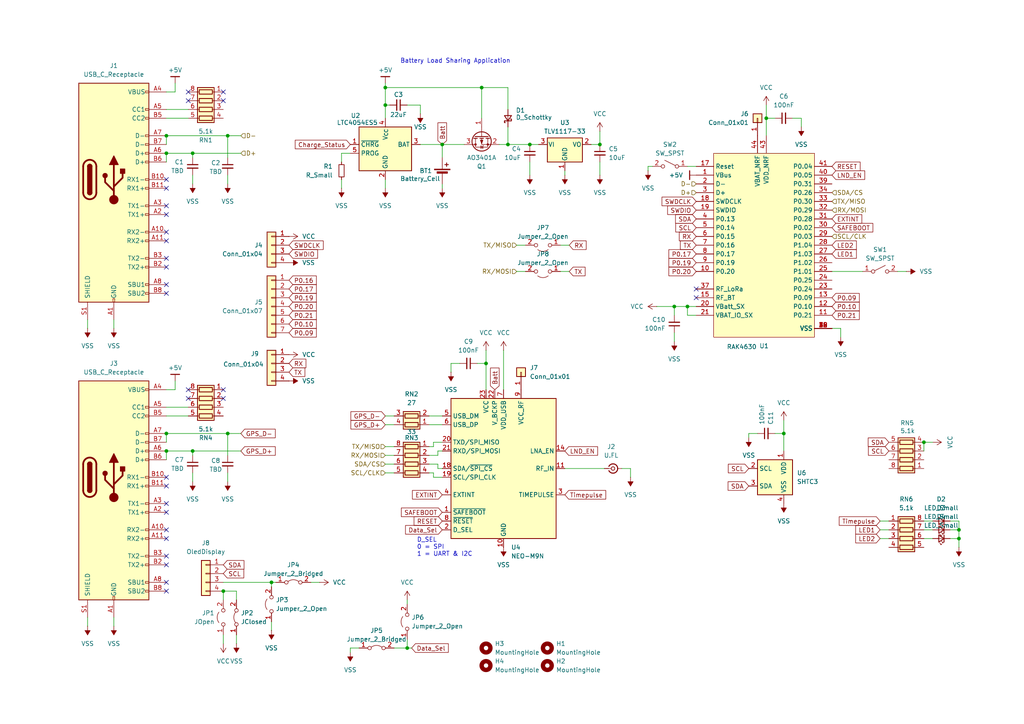
<source format=kicad_sch>
(kicad_sch (version 20231120) (generator "eeschema") (generator_version "8.0")
  (paper "A4")
  (lib_symbols
    (symbol "Battery_Management:LTC4054ES5-4.2"
      (property "Reference" "U" (at -5.842 6.604 0))
      (property "Value" "LTC4054ES5-4.2" (at 1.524 6.604 0))
      (symbol "LTC4054ES5-4.2_1_1"
        (pin open_collector line (at -10.16 0 0) (length 2.54) (name "~{CHRG}") (number "1"))
        (pin power_in line (at 0 -10.16 90) (length 2.54) (name "GND") (number "2"))
        (pin power_out line (at 10.16 0 180) (length 2.54) (name "BAT") (number "3"))
        (pin power_in line (at 0 7.62 270) (length 2.54) (name "V_{CC}") (number "4"))
        (pin bidirectional line (at -10.16 -2.54 0) (length 2.54) (name "PROG") (number "5"))
      )
    )
    (symbol "Connector:Conn_Coaxial_Small" (pin_numbers hide) (pin_names (offset 1.016) hide)
      (property "Reference" "J" (at 0.254 3.048 0))
      (property "Value" "Conn_Coaxial_Small" (at 0 -3.81 0))
      (symbol "Conn_Coaxial_Small_1_1"
        (pin passive line (at -2.54 0 0) (length 1.27) (name "In") (number "1"))
        (pin passive line (at 2.54 0 180) (length 1.27) (name "Ext") (number "2"))
      )
    )
    (symbol "Connector:USB_C_Receptacle" (pin_names (offset 1.016))
      (property "Reference" "J" (at -10.16 29.21 0))
      (property "Value" "USB_C_Receptacle" (at 10.16 29.21 0))
      (symbol "USB_C_Receptacle_1_1"
        (pin passive line (at 0 -40.64 90) (length 5.08) (name "GND") (number "A1"))
        (pin bidirectional line (at 15.24 -15.24 180) (length 5.08) (name "RX2-") (number "A10"))
        (pin bidirectional line (at 15.24 -17.78 180) (length 5.08) (name "RX2+") (number "A11"))
        (pin passive line (at 0 -40.64 90) (length 5.08) hide (name "GND") (number "A12"))
        (pin bidirectional line (at 15.24 -10.16 180) (length 5.08) (name "TX1+") (number "A2"))
        (pin bidirectional line (at 15.24 -7.62 180) (length 5.08) (name "TX1-") (number "A3"))
        (pin passive line (at 15.24 25.4 180) (length 5.08) (name "VBUS") (number "A4"))
        (pin bidirectional line (at 15.24 20.32 180) (length 5.08) (name "CC1") (number "A5"))
        (pin bidirectional line (at 15.24 7.62 180) (length 5.08) (name "D+") (number "A6"))
        (pin bidirectional line (at 15.24 12.7 180) (length 5.08) (name "D-") (number "A7"))
        (pin bidirectional line (at 15.24 -30.48 180) (length 5.08) (name "SBU1") (number "A8"))
        (pin passive line (at 15.24 25.4 180) (length 5.08) hide (name "VBUS") (number "A9"))
        (pin passive line (at 0 -40.64 90) (length 5.08) hide (name "GND") (number "B1"))
        (pin bidirectional line (at 15.24 0 180) (length 5.08) (name "RX1-") (number "B10"))
        (pin bidirectional line (at 15.24 -2.54 180) (length 5.08) (name "RX1+") (number "B11"))
        (pin passive line (at 0 -40.64 90) (length 5.08) hide (name "GND") (number "B12"))
        (pin bidirectional line (at 15.24 -25.4 180) (length 5.08) (name "TX2+") (number "B2"))
        (pin bidirectional line (at 15.24 -22.86 180) (length 5.08) (name "TX2-") (number "B3"))
        (pin passive line (at 15.24 25.4 180) (length 5.08) hide (name "VBUS") (number "B4"))
        (pin bidirectional line (at 15.24 17.78 180) (length 5.08) (name "CC2") (number "B5"))
        (pin bidirectional line (at 15.24 5.08 180) (length 5.08) (name "D+") (number "B6"))
        (pin bidirectional line (at 15.24 10.16 180) (length 5.08) (name "D-") (number "B7"))
        (pin bidirectional line (at 15.24 -33.02 180) (length 5.08) (name "SBU2") (number "B8"))
        (pin passive line (at 15.24 25.4 180) (length 5.08) hide (name "VBUS") (number "B9"))
        (pin passive line (at -7.62 -40.64 90) (length 5.08) (name "SHIELD") (number "S1"))
      )
    )
    (symbol "Connector_Generic:Conn_01x01" (pin_names (offset 1.016) hide)
      (property "Reference" "J" (at 0 2.54 0))
      (property "Value" "Conn_01x01" (at 0 -2.54 0))
      (symbol "Conn_01x01_1_1"
        (pin passive line (at -5.08 0 0) (length 3.81) (name "Pin_1") (number "1"))
      )
    )
    (symbol "Connector_Generic:Conn_01x04" (pin_names (offset 1.016) hide)
      (property "Reference" "J" (at 0 5.08 0))
      (property "Value" "Conn_01x04" (at 0 -7.62 0))
      (symbol "Conn_01x04_1_1"
        (pin passive line (at -5.08 2.54 0) (length 3.81) (name "Pin_1") (number "1"))
        (pin passive line (at -5.08 0 0) (length 3.81) (name "Pin_2") (number "2"))
        (pin passive line (at -5.08 -2.54 0) (length 3.81) (name "Pin_3") (number "3"))
        (pin passive line (at -5.08 -5.08 0) (length 3.81) (name "Pin_4") (number "4"))
      )
    )
    (symbol "Connector_Generic:Conn_01x07" (pin_names (offset 1.016) hide)
      (property "Reference" "J" (at 0 10.16 0))
      (property "Value" "Conn_01x07" (at 0 -10.16 0))
      (symbol "Conn_01x07_1_1"
        (pin passive line (at -5.08 7.62 0) (length 3.81) (name "Pin_1") (number "1"))
        (pin passive line (at -5.08 5.08 0) (length 3.81) (name "Pin_2") (number "2"))
        (pin passive line (at -5.08 2.54 0) (length 3.81) (name "Pin_3") (number "3"))
        (pin passive line (at -5.08 0 0) (length 3.81) (name "Pin_4") (number "4"))
        (pin passive line (at -5.08 -2.54 0) (length 3.81) (name "Pin_5") (number "5"))
        (pin passive line (at -5.08 -5.08 0) (length 3.81) (name "Pin_6") (number "6"))
        (pin passive line (at -5.08 -7.62 0) (length 3.81) (name "Pin_7") (number "7"))
      )
    )
    (symbol "CyberTastic:RAK4630"
      (property "Reference" "U" (at -11.176 -29.8856 0))
      (symbol "RAK4630_1_1"
        (pin input line (at -21.59 19.05 0) (length 5.08) (name "VBus") (number "1"))
        (pin input line (at -21.59 -8.89 0) (length 5.08) (name "P0.20") (number "10"))
        (pin input line (at 17.78 -21.59 180) (length 5.08) (name "P0.21") (number "11"))
        (pin input line (at 17.78 -19.05 180) (length 5.08) (name "P0.10") (number "12"))
        (pin input line (at 17.78 -16.51 180) (length 5.08) (name "P0.09") (number "13"))
        (pin input line (at 17.78 -25.4 180) (length 5.08) (name "VSS") (number "14"))
        (pin input line (at -21.59 -16.51 0) (length 5.08) (name "RF_BT") (number "15"))
        (pin input line (at 17.78 -25.4 180) (length 5.08) (name "VSS") (number "16"))
        (pin input line (at -21.59 21.59 0) (length 5.08) (name "Reset") (number "17"))
        (pin input line (at -21.59 11.43 0) (length 5.08) (name "SWDCLK") (number "18"))
        (pin input line (at -21.59 8.89 0) (length 5.08) (name "SWDIO") (number "19"))
        (pin input line (at -21.59 16.51 0) (length 5.08) (name "D-") (number "2"))
        (pin input line (at -21.59 -19.05 0) (length 5.08) (name "VBatt_SX") (number "20"))
        (pin input line (at -21.59 -21.59 0) (length 5.08) (name "VBAT_IO_SX") (number "21"))
        (pin input line (at 17.78 -25.4 180) (length 5.08) (name "VSS") (number "22"))
        (pin input line (at 17.78 -13.97 180) (length 5.08) (name "P0.24") (number "23"))
        (pin input line (at 17.78 -11.43 180) (length 5.08) (name "P0.25") (number "24"))
        (pin input line (at 17.78 -8.89 180) (length 5.08) (name "P1.01") (number "25"))
        (pin input line (at 17.78 -6.35 180) (length 5.08) (name "P1.02") (number "26"))
        (pin input line (at 17.78 -3.81 180) (length 5.08) (name "P1.03") (number "27"))
        (pin input line (at 17.78 -1.27 180) (length 5.08) (name "P1.04") (number "28"))
        (pin input line (at 17.78 1.27 180) (length 5.08) (name "P0.03") (number "29"))
        (pin input line (at -21.59 13.97 0) (length 5.08) (name "D+") (number "3"))
        (pin input line (at 17.78 3.81 180) (length 5.08) (name "P0.02") (number "30"))
        (pin input line (at 17.78 6.35 180) (length 5.08) (name "P0.28") (number "31"))
        (pin input line (at 17.78 8.89 180) (length 5.08) (name "P0.29") (number "32"))
        (pin input line (at 17.78 11.43 180) (length 5.08) (name "P0.30") (number "33"))
        (pin input line (at 17.78 13.97 180) (length 5.08) (name "P0.26") (number "34"))
        (pin input line (at 17.78 -25.4 180) (length 5.08) (name "VSS") (number "35"))
        (pin input line (at 17.78 -25.4 180) (length 5.08) (name "VSS") (number "36"))
        (pin input line (at -21.59 -13.97 0) (length 5.08) (name "RF_LoRa") (number "37"))
        (pin input line (at 17.78 -25.4 180) (length 5.08) (name "VSS") (number "38"))
        (pin input line (at 17.78 16.51 180) (length 5.08) (name "P0.31") (number "39"))
        (pin input line (at -21.59 6.35 0) (length 5.08) (name "P0.13") (number "4"))
        (pin input line (at 17.78 19.05 180) (length 5.08) (name "P0.05") (number "40"))
        (pin input line (at 17.78 21.59 180) (length 5.08) (name "P0.04") (number "41"))
        (pin input line (at 17.78 -25.4 180) (length 5.08) (name "VSS") (number "42"))
        (pin input line (at -1.27 30.48 270) (length 5.08) (name "VDD_NRF") (number "43"))
        (pin input line (at -3.81 30.48 270) (length 5.08) (name "VBAT_NRF") (number "44"))
        (pin input line (at -21.59 3.81 0) (length 5.08) (name "P0.14") (number "5"))
        (pin input line (at -21.59 1.27 0) (length 5.08) (name "P0.15") (number "6"))
        (pin input line (at -21.59 -1.27 0) (length 5.08) (name "P0.16") (number "7"))
        (pin input line (at -21.59 -3.81 0) (length 5.08) (name "P0.17") (number "8"))
        (pin input line (at -21.59 -6.35 0) (length 5.08) (name "P0.19") (number "9"))
      )
    )
    (symbol "Device:Battery_Cell" (pin_numbers hide) (pin_names (offset 0) hide)
      (property "Reference" "BT" (at 2.54 2.54 0))
      (property "Value" "Battery_Cell" (at 2.54 0 0))
      (symbol "Battery_Cell_1_1"
        (pin passive line (at 0 5.08 270) (length 2.54) (name "+") (number "1"))
        (pin passive line (at 0 -2.54 90) (length 2.54) (name "-") (number "2"))
      )
    )
    (symbol "Device:C_Small" (pin_numbers hide) (pin_names (offset 0.254) hide)
      (property "Reference" "C" (at 0.254 1.778 0))
      (property "Value" "C_Small" (at 0.254 -2.032 0))
      (symbol "C_Small_1_1"
        (pin passive line (at 0 2.54 270) (length 2.032) (name "~") (number "1"))
        (pin passive line (at 0 -2.54 90) (length 2.032) (name "~") (number "2"))
      )
    )
    (symbol "Device:D_Schottky_Small" (pin_numbers hide) (pin_names (offset 0.254) hide)
      (property "Reference" "D" (at -1.27 2.032 0))
      (property "Value" "D_Schottky_Small" (at -7.112 -2.032 0))
      (symbol "D_Schottky_Small_1_1"
        (pin passive line (at -2.54 0 0) (length 1.778) (name "K") (number "1"))
        (pin passive line (at 2.54 0 180) (length 1.778) (name "A") (number "2"))
      )
    )
    (symbol "Device:LED_Small" (pin_numbers hide) (pin_names (offset 0.254) hide)
      (property "Reference" "D" (at -1.27 3.175 0))
      (property "Value" "LED_Small" (at -4.445 -2.54 0))
      (symbol "LED_Small_1_1"
        (pin passive line (at -2.54 0 0) (length 1.778) (name "K") (number "1"))
        (pin passive line (at 2.54 0 180) (length 1.778) (name "A") (number "2"))
      )
    )
    (symbol "Device:R_Pack02" (pin_names (offset 0) hide)
      (property "Reference" "RN" (at -5.08 0 90))
      (property "Value" "R_Pack02" (at 2.54 0 90))
      (symbol "R_Pack02_1_1"
        (pin passive line (at -2.54 -5.08 90) (length 2.54) (name "R1.1") (number "1"))
        (pin passive line (at 0 -5.08 90) (length 2.54) (name "R2.1") (number "2"))
        (pin passive line (at 0 5.08 270) (length 2.54) (name "R2.2") (number "3"))
        (pin passive line (at -2.54 5.08 270) (length 2.54) (name "R1.2") (number "4"))
      )
    )
    (symbol "Device:R_Pack04" (pin_names (offset 0) hide)
      (property "Reference" "RN" (at -7.62 0 90))
      (property "Value" "R_Pack04" (at 5.08 0 90))
      (symbol "R_Pack04_1_1"
        (pin passive line (at -5.08 -5.08 90) (length 2.54) (name "R1.1") (number "1"))
        (pin passive line (at -2.54 -5.08 90) (length 2.54) (name "R2.1") (number "2"))
        (pin passive line (at 0 -5.08 90) (length 2.54) (name "R3.1") (number "3"))
        (pin passive line (at 2.54 -5.08 90) (length 2.54) (name "R4.1") (number "4"))
        (pin passive line (at 2.54 5.08 270) (length 2.54) (name "R4.2") (number "5"))
        (pin passive line (at 0 5.08 270) (length 2.54) (name "R3.2") (number "6"))
        (pin passive line (at -2.54 5.08 270) (length 2.54) (name "R2.2") (number "7"))
        (pin passive line (at -5.08 5.08 270) (length 2.54) (name "R1.2") (number "8"))
      )
    )
    (symbol "Device:R_Small" (pin_numbers hide) (pin_names (offset 0.254) hide)
      (property "Reference" "R" (at 0.762 0.508 0))
      (property "Value" "R_Small" (at 0.762 -1.016 0))
      (symbol "R_Small_1_1"
        (pin passive line (at 0 2.54 270) (length 0.762) (name "~") (number "1"))
        (pin passive line (at 0 -2.54 90) (length 0.762) (name "~") (number "2"))
      )
    )
    (symbol "Jumper:Jumper_2_Bridged" (pin_names (offset 0) hide)
      (property "Reference" "JP" (at 0 1.905 0))
      (property "Value" "Jumper_2_Bridged" (at 0 -2.54 0))
      (symbol "Jumper_2_Bridged_1_1"
        (pin passive line (at -5.08 0 0) (length 2.54) (name "A") (number "1"))
        (pin passive line (at 5.08 0 180) (length 2.54) (name "B") (number "2"))
      )
    )
    (symbol "Jumper:Jumper_2_Open" (pin_names (offset 0) hide)
      (property "Reference" "JP" (at 0 2.794 0))
      (property "Value" "Jumper_2_Open" (at 0 -2.286 0))
      (symbol "Jumper_2_Open_1_1"
        (pin passive line (at -5.08 0 0) (length 2.54) (name "A") (number "1"))
        (pin passive line (at 5.08 0 180) (length 2.54) (name "B") (number "2"))
      )
    )
    (symbol "Mechanical:MountingHole" (pin_names (offset 1.016))
      (property "Reference" "H" (at 0 5.08 0))
      (property "Value" "MountingHole" (at 0 3.175 0))
    )
    (symbol "RF_GPS:NEO-M9N"
      (property "Reference" "U" (at -13.97 21.59 0))
      (property "Value" "NEO-M9N" (at 11.43 21.59 0))
      (symbol "NEO-M9N_1_1"
        (pin input line (at -17.78 -12.7 0) (length 2.54) (name "~{SAFEBOOT}") (number "1"))
        (pin power_in line (at 0 -22.86 90) (length 2.54) (name "GND") (number "10"))
        (pin input line (at 17.78 0 180) (length 2.54) (name "RF_IN") (number "11"))
        (pin passive line (at 0 -22.86 90) (length 2.54) hide (name "GND") (number "12"))
        (pin passive line (at 0 -22.86 90) (length 2.54) hide (name "GND") (number "13"))
        (pin output line (at 17.78 5.08 180) (length 2.54) (name "LNA_EN") (number "14"))
        (pin no_connect line (at 15.24 -10.16 180) (length 2.54) hide (name "RESERVED") (number "15"))
        (pin no_connect line (at 15.24 -12.7 180) (length 2.54) hide (name "RESERVED") (number "16"))
        (pin no_connect line (at 15.24 -15.24 180) (length 2.54) hide (name "RESERVED") (number "17"))
        (pin bidirectional line (at -17.78 0 0) (length 2.54) (name "SDA/~{SPI_CS}") (number "18"))
        (pin input line (at -17.78 -2.54 0) (length 2.54) (name "SCL/SPI_CLK") (number "19"))
        (pin input line (at -17.78 -17.78 0) (length 2.54) (name "D_SEL") (number "2"))
        (pin output line (at -17.78 7.62 0) (length 2.54) (name "TXD/SPI_MISO") (number "20"))
        (pin input line (at -17.78 5.08 0) (length 2.54) (name "RXD/SPI_MOSI") (number "21"))
        (pin power_in line (at -2.54 22.86 270) (length 2.54) (name "V_BCKP") (number "22"))
        (pin power_in line (at -5.08 22.86 270) (length 2.54) (name "VCC") (number "23"))
        (pin passive line (at 0 -22.86 90) (length 2.54) hide (name "GND") (number "24"))
        (pin output line (at 17.78 -7.62 180) (length 2.54) (name "TIMEPULSE") (number "3"))
        (pin input line (at -17.78 -7.62 0) (length 2.54) (name "EXTINT") (number "4"))
        (pin bidirectional line (at -17.78 15.24 0) (length 2.54) (name "USB_DM") (number "5"))
        (pin bidirectional line (at -17.78 12.7 0) (length 2.54) (name "USB_DP") (number "6"))
        (pin power_in line (at 0 22.86 270) (length 2.54) (name "VDD_USB") (number "7"))
        (pin input line (at -17.78 -15.24 0) (length 2.54) (name "~{RESET}") (number "8"))
        (pin power_out line (at 5.08 22.86 270) (length 2.54) (name "VCC_RF") (number "9"))
      )
    )
    (symbol "Regulator_Linear:TLV1117-33" (pin_names (offset 0.254))
      (property "Reference" "U" (at -3.81 3.175 0))
      (property "Value" "TLV1117-33" (at 0 3.175 0))
      (symbol "TLV1117-33_1_1"
        (pin power_in line (at 0 -7.62 90) (length 2.54) (name "GND") (number "1"))
        (pin power_out line (at 7.62 0 180) (length 2.54) (name "VO") (number "2"))
        (pin power_in line (at -7.62 0 0) (length 2.54) (name "VI") (number "3"))
      )
    )
    (symbol "Sensor_Humidity:SHTC3"
      (property "Reference" "U" (at -3.81 6.35 0))
      (property "Value" "SHTC3" (at -2.54 -6.35 0))
      (symbol "SHTC3_1_1"
        (pin power_in line (at 2.54 7.62 270) (length 2.54) (name "VDD") (number "1"))
        (pin input line (at -7.62 2.54 0) (length 2.54) (name "SCL") (number "2"))
        (pin bidirectional line (at -7.62 -2.54 0) (length 2.54) (name "SDA") (number "3"))
        (pin power_in line (at 2.54 -7.62 90) (length 2.54) (name "VSS") (number "4"))
        (pin no_connect line (at 5.08 0 180) (length 2.54) hide (name "NC") (number "5"))
      )
    )
    (symbol "Switch:SW_SPST" (pin_names (offset 0) hide)
      (property "Reference" "SW" (at 0 3.175 0))
      (property "Value" "SW_SPST" (at 0 -2.54 0))
      (symbol "SW_SPST_1_1"
        (pin passive line (at -5.08 0 0) (length 2.54) (name "A") (number "1"))
        (pin passive line (at 5.08 0 180) (length 2.54) (name "B") (number "2"))
      )
    )
    (symbol "Transistor_FET:AO3401A" (pin_names hide)
      (property "Reference" "Q" (at 5.08 1.905 0))
      (property "Value" "AO3401A" (at 5.08 0 0))
      (symbol "AO3401A_1_1"
        (pin input line (at -5.08 0 0) (length 2.54) (name "G") (number "1"))
        (pin passive line (at 2.54 -5.08 90) (length 2.54) (name "S") (number "2"))
        (pin passive line (at 2.54 5.08 270) (length 2.54) (name "D") (number "3"))
      )
    )
    (symbol "gkl_power:+5V" (power) (pin_names (offset 0))
      (property "Value" "+5V" (at 0 3.175 0))
      (symbol "+5V_1_1"
        (pin power_in line (at 0 0 90) (length 0) hide (name "+5V") (number "1"))
      )
    )
    (symbol "power:VCC" (power) (pin_numbers hide) (pin_names (offset 0) hide)
      (property "Value" "VCC" (at 0 3.556 0))
      (symbol "VCC_1_1"
        (pin power_in line (at 0 0 90) (length 0) (name "~") (number "1"))
      )
    )
    (symbol "power:VSS" (power) (pin_numbers hide) (pin_names (offset 0) hide)
      (property "Value" "VSS" (at 0 3.556 0))
      (symbol "VSS_1_1"
        (pin power_in line (at 0 0 90) (length 0) (name "~") (number "1"))
      )
    )
  )
  (junction (at 199.39 88.9))
  (junction (at 55.88 130.81))
  (junction (at 222.25 34.29))
  (junction (at 66.04 125.73))
  (junction (at 48.26 130.81))
  (junction (at 139.7 25.4))
  (junction (at 278.13 156.21))
  (junction (at 195.58 88.9))
  (junction (at 66.04 39.37))
  (junction (at 153.67 41.91))
  (junction (at 140.97 105.41))
  (junction (at 64.77 171.45))
  (junction (at 48.26 39.37))
  (junction (at 227.33 125.73))
  (junction (at 128.27 41.91))
  (junction (at 55.88 44.45))
  (junction (at 48.26 125.73))
  (junction (at 111.76 30.48))
  (junction (at 48.26 44.45))
  (junction (at 78.74 168.91))
  (junction (at 267.97 128.27))
  (junction (at 278.13 153.67))
  (junction (at 118.11 187.96))
  (junction (at 173.99 41.91))
  (junction (at 111.76 25.4))
  (junction (at 147.32 41.91))
  (no_connect (at 64.77 29.21))
  (no_connect (at 48.26 77.47))
  (no_connect (at 48.26 52.07))
  (no_connect (at 48.26 54.61))
  (no_connect (at 48.26 74.93))
  (no_connect (at 48.26 171.45))
  (no_connect (at 48.26 161.29))
  (no_connect (at 48.26 168.91))
  (no_connect (at 48.26 153.67))
  (no_connect (at 48.26 148.59))
  (no_connect (at 64.77 115.57))
  (no_connect (at 48.26 59.69))
  (no_connect (at 48.26 85.09))
  (no_connect (at 48.26 140.97))
  (no_connect (at 48.26 82.55))
  (no_connect (at 48.26 138.43))
  (no_connect (at 48.26 69.85))
  (no_connect (at 48.26 67.31))
  (no_connect (at 54.61 113.03))
  (no_connect (at 48.26 163.83))
  (no_connect (at 64.77 113.03))
  (no_connect (at 48.26 146.05))
  (no_connect (at 48.26 62.23))
  (no_connect (at 201.93 86.36))
  (no_connect (at 54.61 26.67))
  (no_connect (at 201.93 83.82))
  (no_connect (at 48.26 156.21))
  (no_connect (at 54.61 115.57))
  (no_connect (at 54.61 29.21))
  (no_connect (at 64.77 26.67))
  (wire (pts (xy 101.6 187.96) (xy 104.14 187.96)))
  (wire (pts (xy 199.39 48.26) (xy 201.93 48.26)))
  (wire (pts (xy 182.88 138.43) (xy 182.88 135.89)))
  (wire (pts (xy 255.27 156.21) (xy 257.81 156.21)))
  (wire (pts (xy 278.13 151.13) (xy 278.13 153.67)))
  (wire (pts (xy 78.74 180.34) (xy 78.74 182.88)))
  (wire (pts (xy 224.79 125.73) (xy 227.33 125.73)))
  (wire (pts (xy 270.51 128.27) (xy 267.97 128.27)))
  (wire (pts (xy 114.3 187.96) (xy 118.11 187.96)))
  (wire (pts (xy 255.27 151.13) (xy 257.81 151.13)))
  (wire (pts (xy 232.41 36.83) (xy 232.41 34.29)))
  (wire (pts (xy 124.46 123.19) (xy 128.27 123.19)))
  (wire (pts (xy 153.67 46.99) (xy 153.67 50.8)))
  (wire (pts (xy 48.26 125.73) (xy 66.04 125.73)))
  (wire (pts (xy 140.97 105.41) (xy 138.43 105.41)))
  (wire (pts (xy 48.26 130.81) (xy 55.88 130.81)))
  (wire (pts (xy 111.76 30.48) (xy 113.03 30.48)))
  (wire (pts (xy 255.27 153.67) (xy 257.81 153.67)))
  (wire (pts (xy 124.46 137.16) (xy 125.73 137.16)))
  (wire (pts (xy 66.04 39.37) (xy 66.04 45.72)))
  (wire (pts (xy 267.97 128.27) (xy 267.97 130.81)))
  (wire (pts (xy 278.13 156.21) (xy 278.13 158.75)))
  (wire (pts (xy 55.88 130.81) (xy 69.85 130.81)))
  (wire (pts (xy 66.04 50.8) (xy 66.04 53.34)))
  (wire (pts (xy 260.35 78.74) (xy 262.89 78.74)))
  (wire (pts (xy 99.06 52.07) (xy 99.06 54.61)))
  (wire (pts (xy 101.6 189.23) (xy 101.6 187.96)))
  (wire (pts (xy 111.76 52.07) (xy 111.76 54.61)))
  (wire (pts (xy 217.17 125.73) (xy 219.71 125.73)))
  (wire (pts (xy 278.13 151.13) (xy 275.59 151.13)))
  (wire (pts (xy 118.11 187.96) (xy 119.38 187.96)))
  (wire (pts (xy 149.86 71.12) (xy 152.4 71.12)))
  (wire (pts (xy 68.58 184.15) (xy 68.58 186.69)))
  (wire (pts (xy 50.8 26.67) (xy 50.8 24.13)))
  (wire (pts (xy 144.78 41.91) (xy 147.32 41.91)))
  (wire (pts (xy 111.76 123.19) (xy 114.3 123.19)))
  (wire (pts (xy 99.06 46.99) (xy 99.06 44.45)))
  (wire (pts (xy 127 135.89) (xy 127 134.62)))
  (wire (pts (xy 99.06 44.45) (xy 101.6 44.45)))
  (wire (pts (xy 182.88 135.89) (xy 180.34 135.89)))
  (wire (pts (xy 121.92 30.48) (xy 121.92 33.02)))
  (wire (pts (xy 173.99 38.1) (xy 173.99 41.91)))
  (wire (pts (xy 55.88 137.16) (xy 55.88 139.7)))
  (wire (pts (xy 33.02 179.07) (xy 33.02 181.61)))
  (wire (pts (xy 48.26 34.29) (xy 54.61 34.29)))
  (wire (pts (xy 66.04 125.73) (xy 66.04 132.08)))
  (wire (pts (xy 217.17 127) (xy 217.17 125.73)))
  (wire (pts (xy 199.39 88.9) (xy 201.93 88.9)))
  (wire (pts (xy 25.4 92.71) (xy 25.4 95.25)))
  (wire (pts (xy 111.76 25.4) (xy 111.76 30.48)))
  (wire (pts (xy 147.32 36.83) (xy 147.32 41.91)))
  (wire (pts (xy 48.26 113.03) (xy 50.8 113.03)))
  (wire (pts (xy 48.26 39.37) (xy 66.04 39.37)))
  (wire (pts (xy 68.58 171.45) (xy 64.77 171.45)))
  (wire (pts (xy 128.27 41.91) (xy 134.62 41.91)))
  (wire (pts (xy 48.26 31.75) (xy 54.61 31.75)))
  (wire (pts (xy 222.25 34.29) (xy 222.25 39.37)))
  (wire (pts (xy 222.25 30.48) (xy 222.25 34.29)))
  (wire (pts (xy 227.33 125.73) (xy 227.33 130.81)))
  (wire (pts (xy 125.73 138.43) (xy 125.73 137.16)))
  (wire (pts (xy 147.32 25.4) (xy 139.7 25.4)))
  (wire (pts (xy 55.88 44.45) (xy 69.85 44.45)))
  (wire (pts (xy 48.26 120.65) (xy 54.61 120.65)))
  (wire (pts (xy 118.11 173.99) (xy 118.11 175.26)))
  (wire (pts (xy 66.04 125.73) (xy 69.85 125.73)))
  (wire (pts (xy 48.26 44.45) (xy 55.88 44.45)))
  (wire (pts (xy 78.74 168.91) (xy 78.74 170.18)))
  (wire (pts (xy 127 130.81) (xy 127 132.08)))
  (wire (pts (xy 128.27 53.34) (xy 128.27 54.61)))
  (wire (pts (xy 55.88 44.45) (xy 55.88 45.72)))
  (wire (pts (xy 147.32 41.91) (xy 153.67 41.91)))
  (wire (pts (xy 66.04 39.37) (xy 69.85 39.37)))
  (wire (pts (xy 275.59 156.21) (xy 278.13 156.21)))
  (wire (pts (xy 222.25 34.29) (xy 224.79 34.29)))
  (wire (pts (xy 195.58 88.9) (xy 195.58 91.44)))
  (wire (pts (xy 111.76 132.08) (xy 114.3 132.08)))
  (wire (pts (xy 111.76 24.13) (xy 111.76 25.4)))
  (wire (pts (xy 130.81 105.41) (xy 133.35 105.41)))
  (wire (pts (xy 187.96 49.53) (xy 187.96 48.26)))
  (wire (pts (xy 173.99 46.99) (xy 173.99 50.8)))
  (wire (pts (xy 64.77 171.45) (xy 64.77 173.99)))
  (wire (pts (xy 78.74 168.91) (xy 80.01 168.91)))
  (wire (pts (xy 267.97 153.67) (xy 270.51 153.67)))
  (wire (pts (xy 130.81 107.95) (xy 130.81 105.41)))
  (wire (pts (xy 128.27 130.81) (xy 127 130.81)))
  (wire (pts (xy 25.4 179.07) (xy 25.4 181.61)))
  (wire (pts (xy 128.27 45.72) (xy 128.27 41.91)))
  (wire (pts (xy 111.76 30.48) (xy 111.76 34.29)))
  (wire (pts (xy 118.11 30.48) (xy 121.92 30.48)))
  (wire (pts (xy 48.26 125.73) (xy 48.26 128.27)))
  (wire (pts (xy 139.7 34.29) (xy 139.7 25.4)))
  (wire (pts (xy 66.04 137.16) (xy 66.04 139.7)))
  (wire (pts (xy 118.11 185.42) (xy 118.11 187.96)))
  (wire (pts (xy 111.76 120.65) (xy 114.3 120.65)))
  (wire (pts (xy 124.46 132.08) (xy 127 132.08)))
  (wire (pts (xy 111.76 129.54) (xy 114.3 129.54)))
  (wire (pts (xy 90.17 168.91) (xy 92.71 168.91)))
  (wire (pts (xy 275.59 153.67) (xy 278.13 153.67)))
  (wire (pts (xy 64.77 184.15) (xy 64.77 186.69)))
  (wire (pts (xy 33.02 92.71) (xy 33.02 95.25)))
  (wire (pts (xy 111.76 25.4) (xy 139.7 25.4)))
  (wire (pts (xy 232.41 34.29) (xy 229.87 34.29)))
  (wire (pts (xy 162.56 78.74) (xy 165.1 78.74)))
  (wire (pts (xy 153.67 41.91) (xy 156.21 41.91)))
  (wire (pts (xy 48.26 133.35) (xy 48.26 130.81)))
  (wire (pts (xy 201.93 91.44) (xy 199.39 91.44)))
  (wire (pts (xy 125.73 128.27) (xy 125.73 129.54)))
  (wire (pts (xy 199.39 88.9) (xy 199.39 91.44)))
  (wire (pts (xy 55.88 50.8) (xy 55.88 53.34)))
  (wire (pts (xy 124.46 129.54) (xy 125.73 129.54)))
  (wire (pts (xy 48.26 46.99) (xy 48.26 44.45)))
  (wire (pts (xy 173.99 41.91) (xy 171.45 41.91)))
  (wire (pts (xy 128.27 138.43) (xy 125.73 138.43)))
  (wire (pts (xy 147.32 31.75) (xy 147.32 25.4)))
  (wire (pts (xy 48.26 26.67) (xy 50.8 26.67)))
  (wire (pts (xy 140.97 101.6) (xy 140.97 105.41)))
  (wire (pts (xy 124.46 120.65) (xy 128.27 120.65)))
  (wire (pts (xy 146.05 101.6) (xy 146.05 113.03)))
  (wire (pts (xy 162.56 71.12) (xy 165.1 71.12)))
  (wire (pts (xy 149.86 78.74) (xy 152.4 78.74)))
  (wire (pts (xy 195.58 88.9) (xy 199.39 88.9)))
  (wire (pts (xy 267.97 151.13) (xy 270.51 151.13)))
  (wire (pts (xy 190.5 88.9) (xy 195.58 88.9)))
  (wire (pts (xy 163.83 49.53) (xy 163.83 50.8)))
  (wire (pts (xy 48.26 118.11) (xy 54.61 118.11)))
  (wire (pts (xy 128.27 135.89) (xy 127 135.89)))
  (wire (pts (xy 111.76 137.16) (xy 114.3 137.16)))
  (wire (pts (xy 243.84 95.25) (xy 243.84 97.79)))
  (wire (pts (xy 227.33 121.92) (xy 227.33 125.73)))
  (wire (pts (xy 187.96 48.26) (xy 189.23 48.26)))
  (wire (pts (xy 64.77 168.91) (xy 78.74 168.91)))
  (wire (pts (xy 128.27 41.91) (xy 121.92 41.91)))
  (wire (pts (xy 163.83 135.89) (xy 175.26 135.89)))
  (wire (pts (xy 195.58 96.52) (xy 195.58 99.06)))
  (wire (pts (xy 140.97 105.41) (xy 140.97 113.03)))
  (wire (pts (xy 124.46 134.62) (xy 127 134.62)))
  (wire (pts (xy 50.8 113.03) (xy 50.8 110.49)))
  (wire (pts (xy 55.88 130.81) (xy 55.88 132.08)))
  (wire (pts (xy 128.27 128.27) (xy 125.73 128.27)))
  (wire (pts (xy 267.97 156.21) (xy 270.51 156.21)))
  (wire (pts (xy 241.3 95.25) (xy 243.84 95.25)))
  (wire (pts (xy 111.76 134.62) (xy 114.3 134.62)))
  (wire (pts (xy 48.26 39.37) (xy 48.26 41.91)))
  (wire (pts (xy 241.3 78.74) (xy 250.19 78.74)))
  (wire (pts (xy 278.13 153.67) (xy 278.13 156.21)))
  (wire (pts (xy 68.58 173.99) (xy 68.58 171.45)))
  (text "D_SEL\n0 = SPI\n1 = UART & I2C" (at 120.904 158.75 0) (effects (font (size 1.27 1.27)) (justify left)))
  (text "Battery Load Sharing Application" (at 132.08 17.78 0) (effects (font (size 1.27 1.27))))
  (global_label "P0.20" (shape input) (at 83.82 88.9 0) (property "Intersheetrefs" "${INTERSHEET_REFS}" (effects (hide yes))))
  (global_label "SAFEBOOT" (shape input) (at 128.27 148.59 180) (property "Intersheetrefs" "${INTERSHEET_REFS}" (effects (hide yes))))
  (global_label "EXTINT" (shape input) (at 128.27 143.51 180) (property "Intersheetrefs" "${INTERSHEET_REFS}" (effects (hide yes))))
  (global_label "P0.16" (shape input) (at 83.82 81.28 0) (property "Intersheetrefs" "${INTERSHEET_REFS}" (effects (hide yes))))
  (global_label "P0.10" (shape input) (at 241.3 88.9 0) (property "Intersheetrefs" "${INTERSHEET_REFS}" (effects (hide yes))))
  (global_label "SAFEBOOT" (shape input) (at 241.3 66.04 0) (property "Intersheetrefs" "${INTERSHEET_REFS}" (effects (hide yes))))
  (global_label "SCL" (shape input) (at 217.17 135.89 180) (property "Intersheetrefs" "${INTERSHEET_REFS}" (effects (hide yes))))
  (global_label "LED1" (shape input) (at 241.3 73.66 0) (property "Intersheetrefs" "${INTERSHEET_REFS}" (effects (hide yes))))
  (global_label "RESET" (shape input) (at 241.3 48.26 0) (property "Intersheetrefs" "${INTERSHEET_REFS}" (effects (hide yes))))
  (global_label "SCL" (shape input) (at 201.93 66.04 180) (property "Intersheetrefs" "${INTERSHEET_REFS}" (effects (hide yes))))
  (global_label "GPS_D-" (shape input) (at 69.85 125.73 0) (property "Intersheetrefs" "${INTERSHEET_REFS}" (effects (hide yes))))
  (global_label "Batt" (shape input) (at 143.51 113.03 90) (property "Intersheetrefs" "${INTERSHEET_REFS}" (effects (hide yes))))
  (global_label "Data_Sel" (shape input) (at 119.38 187.96 0) (property "Intersheetrefs" "${INTERSHEET_REFS}" (effects (hide yes))))
  (global_label "P0.19" (shape input) (at 83.82 86.36 0) (property "Intersheetrefs" "${INTERSHEET_REFS}" (effects (hide yes))))
  (global_label "Data_Sel" (shape input) (at 128.27 153.67 180) (property "Intersheetrefs" "${INTERSHEET_REFS}" (effects (hide yes))))
  (global_label "SWDIO" (shape input) (at 201.93 60.96 180) (property "Intersheetrefs" "${INTERSHEET_REFS}" (effects (hide yes))))
  (global_label "LED2" (shape input) (at 255.27 156.21 180) (property "Intersheetrefs" "${INTERSHEET_REFS}" (effects (hide yes))))
  (global_label "SCL" (shape input) (at 64.77 166.37 0) (property "Intersheetrefs" "${INTERSHEET_REFS}" (effects (hide yes))))
  (global_label "TX" (shape input) (at 201.93 71.12 180) (property "Intersheetrefs" "${INTERSHEET_REFS}" (effects (hide yes))))
  (global_label "LED2" (shape input) (at 241.3 71.12 0) (property "Intersheetrefs" "${INTERSHEET_REFS}" (effects (hide yes))))
  (global_label "P0.09" (shape input) (at 83.82 96.52 0) (property "Intersheetrefs" "${INTERSHEET_REFS}" (effects (hide yes))))
  (global_label "SWDIO" (shape input) (at 83.82 73.66 0) (property "Intersheetrefs" "${INTERSHEET_REFS}" (effects (hide yes))))
  (global_label "RX" (shape input) (at 83.82 105.41 0) (property "Intersheetrefs" "${INTERSHEET_REFS}" (effects (hide yes))))
  (global_label "EXTINT" (shape input) (at 241.3 63.5 0) (property "Intersheetrefs" "${INTERSHEET_REFS}" (effects (hide yes))))
  (global_label "SDA" (shape input) (at 64.77 163.83 0) (property "Intersheetrefs" "${INTERSHEET_REFS}" (effects (hide yes))))
  (global_label "GPS_D+" (shape input) (at 111.76 123.19 180) (property "Intersheetrefs" "${INTERSHEET_REFS}" (effects (hide yes))))
  (global_label "SCL" (shape input) (at 257.81 130.81 180) (property "Intersheetrefs" "${INTERSHEET_REFS}" (effects (hide yes))))
  (global_label "P0.21" (shape input) (at 83.82 91.44 0) (property "Intersheetrefs" "${INTERSHEET_REFS}" (effects (hide yes))))
  (global_label "Charge_Status" (shape input) (at 101.6 41.91 180) (property "Intersheetrefs" "${INTERSHEET_REFS}" (effects (hide yes))))
  (global_label "P0.19" (shape input) (at 201.93 76.2 180) (property "Intersheetrefs" "${INTERSHEET_REFS}" (effects (hide yes))))
  (global_label "LND_EN" (shape input) (at 241.3 50.8 0) (property "Intersheetrefs" "${INTERSHEET_REFS}" (effects (hide yes))))
  (global_label "LND_EN" (shape input) (at 163.83 130.81 0) (property "Intersheetrefs" "${INTERSHEET_REFS}" (effects (hide yes))))
  (global_label "RX" (shape input) (at 165.1 71.12 0) (property "Intersheetrefs" "${INTERSHEET_REFS}" (effects (hide yes))))
  (global_label "SDA" (shape input) (at 201.93 63.5 180) (property "Intersheetrefs" "${INTERSHEET_REFS}" (effects (hide yes))))
  (global_label "P0.09" (shape input) (at 241.3 86.36 0) (property "Intersheetrefs" "${INTERSHEET_REFS}" (effects (hide yes))))
  (global_label "SWDCLK" (shape input) (at 83.82 71.12 0) (property "Intersheetrefs" "${INTERSHEET_REFS}" (effects (hide yes))))
  (global_label "TX" (shape input) (at 83.82 107.95 0) (property "Intersheetrefs" "${INTERSHEET_REFS}" (effects (hide yes))))
  (global_label "RESET" (shape input) (at 128.27 151.13 180) (property "Intersheetrefs" "${INTERSHEET_REFS}" (effects (hide yes))))
  (global_label "SWDCLK" (shape input) (at 201.93 58.42 180) (property "Intersheetrefs" "${INTERSHEET_REFS}" (effects (hide yes))))
  (global_label "P0.10" (shape input) (at 83.82 93.98 0) (property "Intersheetrefs" "${INTERSHEET_REFS}" (effects (hide yes))))
  (global_label "RX" (shape input) (at 201.93 68.58 180) (property "Intersheetrefs" "${INTERSHEET_REFS}" (effects (hide yes))))
  (global_label "SDA" (shape input) (at 257.81 128.27 180) (property "Intersheetrefs" "${INTERSHEET_REFS}" (effects (hide yes))))
  (global_label "Timepulse" (shape input) (at 255.27 151.13 180) (property "Intersheetrefs" "${INTERSHEET_REFS}" (effects (hide yes))))
  (global_label "P0.20" (shape input) (at 201.93 78.74 180) (property "Intersheetrefs" "${INTERSHEET_REFS}" (effects (hide yes))))
  (global_label "Timepulse" (shape input) (at 163.83 143.51 0) (property "Intersheetrefs" "${INTERSHEET_REFS}" (effects (hide yes))))
  (global_label "GPS_D+" (shape input) (at 69.85 130.81 0) (property "Intersheetrefs" "${INTERSHEET_REFS}" (effects (hide yes))))
  (global_label "LED1" (shape input) (at 255.27 153.67 180) (property "Intersheetrefs" "${INTERSHEET_REFS}" (effects (hide yes))))
  (global_label "P0.17" (shape input) (at 83.82 83.82 0) (property "Intersheetrefs" "${INTERSHEET_REFS}" (effects (hide yes))))
  (global_label "P0.17" (shape input) (at 201.93 73.66 180) (property "Intersheetrefs" "${INTERSHEET_REFS}" (effects (hide yes))))
  (global_label "SDA" (shape input) (at 217.17 140.97 180) (property "Intersheetrefs" "${INTERSHEET_REFS}" (effects (hide yes))))
  (global_label "P0.21" (shape input) (at 241.3 91.44 0) (property "Intersheetrefs" "${INTERSHEET_REFS}" (effects (hide yes))))
  (global_label "GPS_D-" (shape input) (at 111.76 120.65 180) (property "Intersheetrefs" "${INTERSHEET_REFS}" (effects (hide yes))))
  (global_label "TX" (shape input) (at 165.1 78.74 0) (property "Intersheetrefs" "${INTERSHEET_REFS}" (effects (hide yes))))
  (global_label "Batt" (shape input) (at 128.27 41.91 90) (property "Intersheetrefs" "${INTERSHEET_REFS}" (effects (hide yes))))
  (hierarchical_label "RX{slash}MOSI" (shape input) (at 149.86 78.74 180))
  (hierarchical_label "D-" (shape input) (at 69.85 39.37 0))
  (hierarchical_label "TX{slash}MISO" (shape input) (at 111.76 129.54 180))
  (hierarchical_label "D-" (shape input) (at 201.93 53.34 180))
  (hierarchical_label "RX{slash}MOSI" (shape input) (at 241.3 60.96 0))
  (hierarchical_label "SDA{slash}CS" (shape input) (at 111.76 134.62 180))
  (hierarchical_label "D+" (shape input) (at 69.85 44.45 0))
  (hierarchical_label "RX{slash}MOSI" (shape input) (at 111.76 132.08 180))
  (hierarchical_label "SCL{slash}CLK" (shape input) (at 111.76 137.16 180))
  (hierarchical_label "SCL{slash}CLK" (shape input) (at 241.3 68.58 0))
  (hierarchical_label "D+" (shape input) (at 201.93 55.88 180))
  (hierarchical_label "TX{slash}MISO" (shape input) (at 149.86 71.12 180))
  (hierarchical_label "SDA{slash}CS" (shape input) (at 241.3 55.88 0))
  (hierarchical_label "TX{slash}MISO" (shape input) (at 241.3 58.42 0))
  (symbol (lib_id "power:VSS") (at 187.96 49.53 0) (mirror x) (unit 1)
    (property "Reference" "#PWR047" (effects (hide yes)))
    (property "Value" "VSS" (at 187.96 54.61 0))
    (property "Description" "Power symbol creates a global label with name \"VSS\"" (effects (hide yes)))
  )
  (symbol (lib_id "Connector:USB_C_Receptacle") (at 33.02 52.07 0) (unit 1)
    (property "Reference" "J1" (at 33.02 19.05 0))
    (property "Value" "USB_C_Receptacle" (at 33.02 21.59 0))
    (property "Footprint" "UL_USB:USB_C_Receptical-Jing" (effects (hide yes)))
    (property "Datasheet" "https://www.usb.org/sites/default/files/documents/usb_type-c.zip" (effects (hide yes)))
  )
  (symbol (lib_id "Connector_Generic:Conn_01x01") (at 219.71 34.29 90) (unit 1)
    (property "Reference" "J6" (at 217.17 33.0199 90) (effects (justify left)))
    (property "Value" "Conn_01x01" (at 217.17 35.5599 90) (effects (justify left)))
    (property "Footprint" "Connector_PinHeader_2.54mm:PinHeader_1x01_P2.54mm_Vertical" (effects (hide yes)))
    (property "Description" "Generic connector, single row, 01x01, script generated (kicad-library-utils/schlib/autogen/connector/)" (effects (hide yes)))
  )
  (symbol (lib_id "power:VSS") (at 111.76 54.61 180) (unit 1)
    (property "Reference" "#PWR09" (effects (hide yes)))
    (property "Value" "VSS" (at 111.76 59.69 0))
    (property "Description" "Power symbol creates a global label with name \"VSS\"" (effects (hide yes)))
  )
  (symbol (lib_id "power:VCC") (at 190.5 88.9 90) (unit 1)
    (property "Reference" "#PWR029" (effects (hide yes)))
    (property "Value" "VCC" (at 186.69 88.8999 90) (effects (justify left)))
    (property "Description" "Power symbol creates a global label with name \"VCC\"" (effects (hide yes)))
  )
  (symbol (lib_id "Device:C_Small") (at 222.25 125.73 90) (mirror x) (unit 1)
    (property "Reference" "C11" (at 223.5265 123.19 0) (effects (justify right)))
    (property "Value" "100nF" (at 220.9865 123.19 0) (effects (justify right)))
    (property "Footprint" "Capacitor_SMD:C_0805_2012Metric" (effects (hide yes)))
    (property "Description" "Unpolarized capacitor, small symbol" (effects (hide yes)))
  )
  (symbol (lib_id "Device:C_Small") (at 153.67 44.45 0) (unit 1)
    (property "Reference" "C4" (at 151.13 43.1862 0) (effects (justify right)))
    (property "Value" "10uF" (at 151.13 45.7262 0) (effects (justify right)))
    (property "Footprint" "Capacitor_SMD:C_0805_2012Metric" (effects (hide yes)))
    (property "Description" "Unpolarized capacitor, small symbol" (effects (hide yes)))
  )
  (symbol (lib_id "Mechanical:MountingHole") (at 140.97 193.04 0) (unit 1)
    (property "Reference" "H4" (at 143.51 191.77 0) (effects (justify left)))
    (property "Value" "MountingHole" (at 143.51 194.31 0) (effects (justify left)))
    (property "Footprint" "MountingHole:MountingHole_2.2mm_M2" (effects (hide yes)))
  )
  (symbol (lib_id "power:VCC") (at 64.77 186.69 180) (unit 1)
    (property "Reference" "#PWR035" (effects (hide yes)))
    (property "Value" "VCC" (at 64.77 191.77 0))
  )
  (symbol (lib_id "Device:R_Pack02") (at 119.38 120.65 90) (unit 1)
    (property "Reference" "RN2" (at 119.38 114.3 90))
    (property "Value" "27" (at 119.38 116.84 90))
    (property "Footprint" "Resistor_SMD:R_Array_Convex_2x0603" (effects (hide yes)))
    (property "Description" "2 resistor network, parallel topology" (effects (hide yes)))
  )
  (symbol (lib_id "Connector:Conn_Coaxial_Small") (at 177.8 135.89 0) (unit 1)
    (property "Reference" "J2" (at 177.2804 129.54 0))
    (property "Value" "U.FL" (at 177.2804 132.08 0))
    (property "Footprint" "Connector_Coaxial:U.FL_Molex_MCRF_73412-0110_Vertical" (effects (hide yes)))
    (property "Datasheet" " ~" (effects (hide yes)))
    (property "Description" "small coaxial connector (BNC, SMA, SMB, SMC, Cinch/RCA, LEMO, ...)" (effects (hide yes)))
  )
  (symbol (lib_id "Jumper:Jumper_2_Bridged") (at 109.22 187.96 0) (unit 1)
    (property "Reference" "JP5" (at 109.22 182.88 0))
    (property "Value" "Jumper_2_Bridged" (at 109.22 185.42 0))
    (property "Footprint" "Jumper:SolderJumper-2_P1.3mm_Bridged_Pad1.0x1.5mm" (effects (hide yes)))
  )
  (symbol (lib_id "Connector_Generic:Conn_01x07") (at 78.74 88.9 0) (mirror y) (unit 1)
    (property "Reference" "J5" (at 76.2 87.6299 0) (effects (justify left)))
    (property "Value" "Conn_01x07" (at 76.2 90.1699 0) (effects (justify left)))
    (property "Footprint" "Connector_PinHeader_2.54mm:PinHeader_1x07_P2.54mm_Vertical" (effects (hide yes)))
    (property "Description" "Generic connector, single row, 01x07, script generated (kicad-library-utils/schlib/autogen/connector/)" (effects (hide yes)))
  )
  (symbol (lib_id "Jumper:Jumper_2_Open") (at 118.11 180.34 90) (unit 1)
    (property "Reference" "JP6" (at 119.38 179.07 90) (effects (justify right)))
    (property "Value" "Jumper_2_Open" (at 119.38 181.61 90) (effects (justify right)))
    (property "Footprint" "Jumper:SolderJumper-2_P1.3mm_Open_TrianglePad1.0x1.5mm" (effects (hide yes)))
  )
  (symbol (lib_id "power:VSS") (at 182.88 138.43 180) (unit 1)
    (property "Reference" "#PWR020" (effects (hide yes)))
    (property "Value" "VSS" (at 182.88 143.51 0))
    (property "Description" "Power symbol creates a global label with name \"VSS\"" (effects (hide yes)))
  )
  (symbol (lib_id "Device:R_Pack04") (at 59.69 31.75 90) (mirror x) (unit 1)
    (property "Reference" "RN1" (at 59.69 40.64 90))
    (property "Value" "5.1k" (at 59.69 38.1 90))
    (property "Footprint" "Resistor_SMD:R_Array_Concave_4x0603" (effects (hide yes)))
    (property "Description" "4 resistor network, parallel topology" (effects (hide yes)))
  )
  (symbol (lib_id "Mechanical:MountingHole") (at 158.75 193.04 0) (unit 1)
    (property "Reference" "H2" (at 161.29 191.77 0) (effects (justify left)))
    (property "Value" "MountingHole" (at 161.29 194.31 0) (effects (justify left)))
    (property "Footprint" "MountingHole:MountingHole_2.2mm_M2" (effects (hide yes)))
  )
  (symbol (lib_id "Device:D_Schottky_Small") (at 147.32 34.29 90) (unit 1)
    (property "Reference" "D1" (at 149.606 32.004 90) (effects (justify right)))
    (property "Value" "D_Schottky" (at 149.606 34.036 90) (effects (justify right)))
    (property "Footprint" "Diode_SMD:D_SOD-123" (effects (hide yes)))
    (property "Description" "Schottky diode, small symbol" (effects (hide yes)))
  )
  (symbol (lib_id "Device:C_Small") (at 227.33 34.29 90) (unit 1)
    (property "Reference" "C6" (at 227.3363 27.94 90))
    (property "Value" "100nF" (at 227.3363 30.48 90))
    (property "Footprint" "Capacitor_SMD:C_0805_2012Metric" (effects (hide yes)))
    (property "Description" "Unpolarized capacitor, small symbol" (effects (hide yes)))
  )
  (symbol (lib_id "power:VSS") (at 83.82 76.2 270) (mirror x) (unit 1)
    (property "Reference" "#PWR031" (effects (hide yes)))
    (property "Value" "VSS" (at 87.63 76.1999 90) (effects (justify left)))
    (property "Description" "Power symbol creates a global label with name \"VSS\"" (effects (hide yes)))
  )
  (symbol (lib_id "Device:LED_Small") (at 273.05 156.21 180) (unit 1)
    (property "Reference" "D4" (at 272.9865 149.86 0))
    (property "Value" "LED_Small" (at 272.9865 152.4 0))
    (property "Footprint" "LED_SMD:LED_0805_2012Metric" (effects (hide yes)))
    (property "Description" "Light emitting diode, small symbol" (effects (hide yes)))
  )
  (symbol (lib_id "gkl_power:+5V") (at 50.8 24.13 0) (unit 1)
    (property "Reference" "#PWR04" (effects (hide yes)))
    (property "Value" "+5V" (at 50.8 20.32 0))
  )
  (symbol (lib_id "Jumper:Jumper_2_Bridged") (at 68.58 179.07 90) (unit 1)
    (property "Reference" "JP2" (at 69.85 177.8 90) (effects (justify right)))
    (property "Value" "JClosed" (at 69.85 180.34 90) (effects (justify right)))
    (property "Footprint" "Jumper:SolderJumper-2_P1.3mm_Bridged_Pad1.0x1.5mm" (effects (hide yes)))
  )
  (symbol (lib_id "power:VSS") (at 163.83 50.8 180) (unit 1)
    (property "Reference" "#PWR013" (effects (hide yes)))
    (property "Value" "VSS" (at 163.83 55.88 0))
    (property "Description" "Power symbol creates a global label with name \"VSS\"" (effects (hide yes)))
  )
  (symbol (lib_id "Transistor_FET:AO3401A") (at 139.7 39.37 90) (mirror x) (unit 1)
    (property "Reference" "Q1" (at 139.7 48.26 90))
    (property "Value" "AO3401A" (at 139.7 45.72 90))
    (property "Footprint" "Package_TO_SOT_SMD:SOT-23" (effects (hide yes)))
    (property "Datasheet" "http://www.aosmd.com/pdfs/datasheet/AO3401A.pdf" (effects (hide yes)))
    (property "Description" "-4.0A Id, -30V Vds, P-Channel MOSFET, SOT-23" (effects (hide yes)))
  )
  (symbol (lib_id "power:VSS") (at 217.17 127 180) (unit 1)
    (property "Reference" "#PWR037" (effects (hide yes)))
    (property "Value" "VSS" (at 217.17 132.08 0))
    (property "Description" "Power symbol creates a global label with name \"VSS\"" (effects (hide yes)))
  )
  (symbol (lib_id "Device:Battery_Cell") (at 128.27 50.8 0) (unit 1)
    (property "Reference" "BT1" (at 121.666 49.53 0) (effects (justify left)))
    (property "Value" "Battery_Cell" (at 116.078 51.816 0) (effects (justify left)))
    (property "Footprint" "Battery:BatteryHolder_Keystone_1042_1x18650" (effects (hide yes)))
    (property "Description" "Single-cell battery" (effects (hide yes)))
  )
  (symbol (lib_id "power:VCC") (at 173.99 38.1 0) (unit 1)
    (property "Reference" "#PWR014" (effects (hide yes)))
    (property "Value" "VCC" (at 173.99 33.02 0))
    (property "Description" "Power symbol creates a global label with name \"VCC\"" (effects (hide yes)))
  )
  (symbol (lib_id "Connector:USB_C_Receptacle") (at 33.02 138.43 0) (unit 1)
    (property "Reference" "J3" (at 33.02 105.41 0))
    (property "Value" "USB_C_Receptacle" (at 33.02 107.95 0))
    (property "Footprint" "UL_USB:USB_C_Receptical-Jing" (effects (hide yes)))
    (property "Datasheet" "https://www.usb.org/sites/default/files/documents/usb_type-c.zip" (effects (hide yes)))
  )
  (symbol (lib_id "Jumper:Jumper_2_Open") (at 78.74 175.26 90) (unit 1)
    (property "Reference" "JP3" (at 80.01 173.99 90) (effects (justify right)))
    (property "Value" "Jumper_2_Open" (at 80.01 176.53 90) (effects (justify right)))
    (property "Footprint" "Jumper:SolderJumper-2_P1.3mm_Open_TrianglePad1.0x1.5mm" (effects (hide yes)))
  )
  (symbol (lib_id "Device:C_Small") (at 135.89 105.41 270) (mirror x) (unit 1)
    (property "Reference" "C9" (at 135.8837 99.06 90))
    (property "Value" "100nF" (at 135.8837 101.6 90))
    (property "Footprint" "Capacitor_SMD:C_0805_2012Metric" (effects (hide yes)))
    (property "Description" "Unpolarized capacitor, small symbol" (effects (hide yes)))
  )
  (symbol (lib_id "power:VSS") (at 195.58 99.06 180) (unit 1)
    (property "Reference" "#PWR030" (effects (hide yes)))
    (property "Value" "VSS" (at 195.58 104.14 0))
    (property "Description" "Power symbol creates a global label with name \"VSS\"" (effects (hide yes)))
  )
  (symbol (lib_id "power:VCC") (at 227.33 121.92 0) (unit 1)
    (property "Reference" "#PWR036" (effects (hide yes)))
    (property "Value" "VCC" (at 227.33 116.84 0))
    (property "Description" "Power symbol creates a global label with name \"VCC\"" (effects (hide yes)))
  )
  (symbol (lib_id "CyberTastic:RAK4630") (at 223.52 69.85 0) (unit 1)
    (property "Reference" "U1" (at 221.615 100.33 0))
    (property "Value" "RAK4630" (at 215.138 100.584 0))
    (property "Footprint" "UL_Module:RAK4630" (effects (hide yes)))
  )
  (symbol (lib_id "power:VCC") (at 83.82 102.87 270) (mirror x) (unit 1)
    (property "Reference" "#PWR044" (effects (hide yes)))
    (property "Value" "VCC" (at 87.63 102.8699 90) (effects (justify left)))
    (property "Description" "Power symbol creates a global label with name \"VCC\"" (effects (hide yes)))
  )
  (symbol (lib_id "Mechanical:MountingHole") (at 158.75 187.96 0) (unit 1)
    (property "Reference" "H1" (at 161.29 186.69 0) (effects (justify left)))
    (property "Value" "MountingHole" (at 161.29 189.23 0) (effects (justify left)))
    (property "Footprint" "MountingHole:MountingHole_2.2mm_M2" (effects (hide yes)))
  )
  (symbol (lib_id "gkl_power:+5V") (at 201.93 50.8 90) (unit 1)
    (property "Reference" "#PWR016" (effects (hide yes)))
    (property "Value" "+5V" (at 198.12 50.7999 90) (effects (justify left)))
  )
  (symbol (lib_id "power:VCC") (at 146.05 101.6 0) (mirror y) (unit 1)
    (property "Reference" "#PWR028" (effects (hide yes)))
    (property "Value" "VCC" (at 146.05 96.52 0))
    (property "Description" "Power symbol creates a global label with name \"VCC\"" (effects (hide yes)))
  )
  (symbol (lib_id "Device:C_Small") (at 55.88 134.62 0) (unit 1)
    (property "Reference" "C7" (at 53.34 133.3562 0) (effects (justify right)))
    (property "Value" "TBD" (at 53.34 135.8962 0) (effects (justify right)))
    (property "Footprint" "Capacitor_SMD:C_0805_2012Metric" (effects (hide yes)))
    (property "Description" "Unpolarized capacitor, small symbol" (effects (hide yes)))
  )
  (symbol (lib_id "power:VSS") (at 99.06 54.61 180) (unit 1)
    (property "Reference" "#PWR07" (effects (hide yes)))
    (property "Value" "VSS" (at 99.06 59.69 0))
    (property "Description" "Power symbol creates a global label with name \"VSS\"" (effects (hide yes)))
  )
  (symbol (lib_id "power:VSS") (at 146.05 158.75 180) (unit 1)
    (property "Reference" "#PWR019" (effects (hide yes)))
    (property "Value" "VSS" (at 146.05 163.83 0))
    (property "Description" "Power symbol creates a global label with name \"VSS\"" (effects (hide yes)))
  )
  (symbol (lib_id "Connector_Generic:Conn_01x01") (at 151.13 107.95 270) (mirror x) (unit 1)
    (property "Reference" "J7" (at 153.67 106.6799 90) (effects (justify left)))
    (property "Value" "Conn_01x01" (at 153.67 109.2199 90) (effects (justify left)))
    (property "Footprint" "Connector_PinHeader_2.54mm:PinHeader_1x01_P2.54mm_Vertical" (effects (hide yes)))
    (property "Description" "Generic connector, single row, 01x01, script generated (kicad-library-utils/schlib/autogen/connector/)" (effects (hide yes)))
  )
  (symbol (lib_id "Switch:SW_SPST") (at 255.27 78.74 0) (unit 1)
    (property "Reference" "SW1" (at 255.27 72.39 0))
    (property "Value" "SW_SPST" (at 255.27 74.93 0))
    (property "Footprint" "UL_Buttons:TS3315A" (effects (hide yes)))
    (property "Description" "Single Pole Single Throw (SPST) switch" (effects (hide yes)))
  )
  (symbol (lib_id "power:VSS") (at 83.82 110.49 270) (mirror x) (unit 1)
    (property "Reference" "#PWR045" (effects (hide yes)))
    (property "Value" "VSS" (at 87.63 110.4899 90) (effects (justify left)))
    (property "Description" "Power symbol creates a global label with name \"VSS\"" (effects (hide yes)))
  )
  (symbol (lib_id "Jumper:Jumper_2_Open") (at 157.48 71.12 180) (unit 1)
    (property "Reference" "JP7" (at 157.48 66.04 0))
    (property "Value" "Jumper_2_Open" (at 157.48 68.58 0))
    (property "Footprint" "Jumper:SolderJumper-2_P1.3mm_Open_TrianglePad1.0x1.5mm" (effects (hide yes)))
  )
  (symbol (lib_id "power:VSS") (at 66.04 139.7 180) (unit 1)
    (property "Reference" "#PWR025" (effects (hide yes)))
    (property "Value" "VSS" (at 66.04 144.78 0))
    (property "Description" "Power symbol creates a global label with name \"VSS\"" (effects (hide yes)))
  )
  (symbol (lib_id "power:VSS") (at 278.13 158.75 180) (unit 1)
    (property "Reference" "#PWR043" (effects (hide yes)))
    (property "Value" "VSS" (at 278.13 163.83 0))
    (property "Description" "Power symbol creates a global label with name \"VSS\"" (effects (hide yes)))
  )
  (symbol (lib_id "power:VSS") (at 227.33 146.05 180) (unit 1)
    (property "Reference" "#PWR034" (effects (hide yes)))
    (property "Value" "VSS" (at 227.33 151.13 0))
    (property "Description" "Power symbol creates a global label with name \"VSS\"" (effects (hide yes)))
  )
  (symbol (lib_id "RF_GPS:NEO-M9N") (at 146.05 135.89 0) (unit 1)
    (property "Reference" "U4" (at 148.2441 158.75 0) (effects (justify left)))
    (property "Value" "NEO-M9N" (at 148.2441 161.29 0) (effects (justify left)))
    (property "Footprint" "RF_GPS:ublox_NEO" (effects (hide yes)))
    (property "Datasheet" "https://www.u-blox.com/sites/default/files/NEO-M9N-00B_DataSheet_UBX-19014285.pdf" (effects (hide yes)))
    (property "Description" "GNSS Module NEO M8, VCC 2.7V to 3.6V" (effects (hide yes)))
  )
  (symbol (lib_id "Device:C_Small") (at 195.58 93.98 0) (mirror x) (unit 1)
    (property "Reference" "C10" (at 193.04 92.7035 0) (effects (justify right)))
    (property "Value" "100nF" (at 193.04 95.2435 0) (effects (justify right)))
    (property "Footprint" "Capacitor_SMD:C_0805_2012Metric" (effects (hide yes)))
    (property "Description" "Unpolarized capacitor, small symbol" (effects (hide yes)))
  )
  (symbol (lib_id "gkl_power:+5V") (at 111.76 24.13 0) (unit 1)
    (property "Reference" "#PWR08" (effects (hide yes)))
    (property "Value" "+5V" (at 111.76 20.32 0))
  )
  (symbol (lib_id "Regulator_Linear:TLV1117-33") (at 163.83 41.91 0) (unit 1)
    (property "Reference" "U3" (at 163.83 35.56 0))
    (property "Value" "TLV1117-33" (at 163.83 38.1 0))
    (property "Footprint" "Package_TO_SOT_SMD:SOT-223-3_TabPin2" (effects (hide yes)))
    (property "Datasheet" "http://www.ti.com/lit/ds/symlink/tlv1117.pdf" (effects (hide yes)))
    (property "Description" "800mA Low-Dropout Linear Regulator, 3.3V fixed output, TO-220/TO-252/TO-263/SOT-223" (effects (hide yes)))
  )
  (symbol (lib_id "power:VSS") (at 153.67 50.8 180) (unit 1)
    (property "Reference" "#PWR012" (effects (hide yes)))
    (property "Value" "VSS" (at 153.67 55.88 0))
    (property "Description" "Power symbol creates a global label with name \"VSS\"" (effects (hide yes)))
  )
  (symbol (lib_id "Jumper:Jumper_2_Open") (at 64.77 179.07 90) (unit 1)
    (property "Reference" "JP1" (at 62.23 177.8 90) (effects (justify left)))
    (property "Value" "JOpen" (at 62.23 180.34 90) (effects (justify left)))
    (property "Footprint" "Jumper:SolderJumper-2_P1.3mm_Open_TrianglePad1.0x1.5mm" (effects (hide yes)))
  )
  (symbol (lib_id "Device:C_Small") (at 66.04 134.62 0) (unit 1)
    (property "Reference" "C8" (at 61.214 133.604 0) (effects (justify left)))
    (property "Value" "TBD" (at 60.706 136.144 0) (effects (justify left)))
    (property "Footprint" "Capacitor_SMD:C_0805_2012Metric" (effects (hide yes)))
    (property "Description" "Unpolarized capacitor, small symbol" (effects (hide yes)))
  )
  (symbol (lib_id "power:VCC") (at 118.11 173.99 0) (mirror y) (unit 1)
    (property "Reference" "#PWR042" (effects (hide yes)))
    (property "Value" "VCC" (at 118.11 168.91 0))
    (property "Description" "Power symbol creates a global label with name \"VCC\"" (effects (hide yes)))
  )
  (symbol (lib_id "gkl_power:+5V") (at 50.8 110.49 0) (unit 1)
    (property "Reference" "#PWR023" (effects (hide yes)))
    (property "Value" "+5V" (at 50.8 106.68 0))
  )
  (symbol (lib_id "Connector_Generic:Conn_01x04") (at 78.74 105.41 0) (mirror y) (unit 1)
    (property "Reference" "J9" (at 73.914 102.616 0))
    (property "Value" "Conn_01x04" (at 70.612 105.664 0))
    (property "Footprint" "Connector_PinHeader_2.54mm:PinHeader_1x04_P2.54mm_Vertical" (effects (hide yes)))
    (property "Description" "Generic connector, single row, 01x04, script generated (kicad-library-utils/schlib/autogen/connector/)" (effects (hide yes)))
  )
  (symbol (lib_id "power:VSS") (at 262.89 78.74 270) (unit 1)
    (property "Reference" "#PWR046" (effects (hide yes)))
    (property "Value" "VSS" (at 266.7 78.7399 90) (effects (justify left)))
    (property "Description" "Power symbol creates a global label with name \"VSS\"" (effects (hide yes)))
  )
  (symbol (lib_id "Device:C_Small") (at 66.04 48.26 0) (unit 1)
    (property "Reference" "C2" (at 61.214 47.244 0) (effects (justify left)))
    (property "Value" "TBD" (at 60.706 49.784 0) (effects (justify left)))
    (property "Footprint" "Capacitor_SMD:C_0805_2012Metric" (effects (hide yes)))
    (property "Description" "Unpolarized capacitor, small symbol" (effects (hide yes)))
  )
  (symbol (lib_id "power:VSS") (at 33.02 181.61 180) (unit 1)
    (property "Reference" "#PWR022" (effects (hide yes)))
    (property "Value" "VSS" (at 33.02 186.69 0))
  )
  (symbol (lib_id "power:VSS") (at 68.58 186.69 180) (unit 1)
    (property "Reference" "#PWR038" (effects (hide yes)))
    (property "Value" "VSS" (at 68.58 191.77 0))
  )
  (symbol (lib_id "Device:R_Pack04") (at 262.89 156.21 270) (unit 1)
    (property "Reference" "RN6" (at 262.89 144.78 90))
    (property "Value" "5.1k" (at 262.89 147.32 90))
    (property "Footprint" "Resistor_SMD:R_Array_Concave_4x0603" (effects (hide yes)))
    (property "Description" "4 resistor network, parallel topology" (effects (hide yes)))
  )
  (symbol (lib_id "Mechanical:MountingHole") (at 140.97 187.96 0) (unit 1)
    (property "Reference" "H3" (at 143.51 186.69 0) (effects (justify left)))
    (property "Value" "MountingHole" (at 143.51 189.23 0) (effects (justify left)))
    (property "Footprint" "MountingHole:MountingHole_2.2mm_M2" (effects (hide yes)))
  )
  (symbol (lib_id "power:VSS") (at 25.4 95.25 180) (unit 1)
    (property "Reference" "#PWR02" (effects (hide yes)))
    (property "Value" "VSS" (at 25.4 100.33 0))
  )
  (symbol (lib_id "Switch:SW_SPST") (at 194.31 48.26 0) (mirror y) (unit 1)
    (property "Reference" "SW2" (at 194.31 41.91 0))
    (property "Value" "SW_SPST" (at 194.31 44.45 0))
    (property "Footprint" "UL_Buttons:TS3315A" (effects (hide yes)))
    (property "Description" "Single Pole Single Throw (SPST) switch" (effects (hide yes)))
  )
  (symbol (lib_id "power:VSS") (at 66.04 53.34 180) (unit 1)
    (property "Reference" "#PWR06" (effects (hide yes)))
    (property "Value" "VSS" (at 66.04 58.42 0))
    (property "Description" "Power symbol creates a global label with name \"VSS\"" (effects (hide yes)))
  )
  (symbol (lib_id "power:VSS") (at 232.41 36.83 180) (unit 1)
    (property "Reference" "#PWR018" (effects (hide yes)))
    (property "Value" "VSS" (at 232.41 41.91 0))
    (property "Description" "Power symbol creates a global label with name \"VSS\"" (effects (hide yes)))
  )
  (symbol (lib_id "power:VCC") (at 83.82 68.58 270) (mirror x) (unit 1)
    (property "Reference" "#PWR032" (effects (hide yes)))
    (property "Value" "VCC" (at 87.63 68.5799 90) (effects (justify left)))
    (property "Description" "Power symbol creates a global label with name \"VCC\"" (effects (hide yes)))
  )
  (symbol (lib_id "power:VSS") (at 173.99 50.8 180) (unit 1)
    (property "Reference" "#PWR015" (effects (hide yes)))
    (property "Value" "VSS" (at 173.99 55.88 0))
    (property "Description" "Power symbol creates a global label with name \"VSS\"" (effects (hide yes)))
  )
  (symbol (lib_id "Connector_Generic:Conn_01x04") (at 59.69 166.37 0) (mirror y) (unit 1)
    (property "Reference" "J8" (at 59.69 157.48 0))
    (property "Value" "OledDisplay" (at 59.69 160.02 0))
    (property "Footprint" "Connector_PinHeader_2.54mm:PinHeader_1x04_P2.54mm_Vertical" (effects (hide yes)))
  )
  (symbol (lib_id "power:VSS") (at 130.81 107.95 180) (unit 1)
    (property "Reference" "#PWR027" (effects (hide yes)))
    (property "Value" "VSS" (at 130.81 113.03 0))
    (property "Description" "Power symbol creates a global label with name \"VSS\"" (effects (hide yes)))
  )
  (symbol (lib_id "Connector_Generic:Conn_01x04") (at 78.74 71.12 0) (mirror y) (unit 1)
    (property "Reference" "J4" (at 76.2 71.1199 0) (effects (justify left)))
    (property "Value" "Conn_01x04" (at 76.2 73.6599 0) (effects (justify left)))
    (property "Footprint" "Connector_PinHeader_2.54mm:PinHeader_1x04_P2.54mm_Vertical" (effects (hide yes)))
    (property "Description" "Generic connector, single row, 01x04, script generated (kicad-library-utils/schlib/autogen/connector/)" (effects (hide yes)))
  )
  (symbol (lib_id "Jumper:Jumper_2_Open") (at 157.48 78.74 180) (unit 1)
    (property "Reference" "JP8" (at 157.48 73.66 0))
    (property "Value" "Jumper_2_Open" (at 157.48 76.2 0))
    (property "Footprint" "Jumper:SolderJumper-2_P1.3mm_Open_TrianglePad1.0x1.5mm" (effects (hide yes)))
  )
  (symbol (lib_id "Device:C_Small") (at 55.88 48.26 0) (unit 1)
    (property "Reference" "C1" (at 53.34 46.9962 0) (effects (justify right)))
    (property "Value" "TBD" (at 53.34 49.5362 0) (effects (justify right)))
    (property "Footprint" "Capacitor_SMD:C_0805_2012Metric" (effects (hide yes)))
    (property "Description" "Unpolarized capacitor, small symbol" (effects (hide yes)))
  )
  (symbol (lib_id "Battery_Management:LTC4054ES5-4.2") (at 111.76 41.91 0) (unit 1)
    (property "Reference" "U2" (at 103.124 33.528 0))
    (property "Value" "LTC4054ES5" (at 103.632 35.56 0))
    (property "Footprint" "Package_TO_SOT_SMD:TSOT-23-5" (effects (hide yes)))
    (property "Datasheet" "https://www.analog.com/media/en/technical-documentation/data-sheets/405442xf.pdf" (effects (hide yes)))
    (property "Description" "Constant-current/constant-voltage linear charger for single cell lithium-ion batteries with 2.9V Trickle Charge, 4.5V to 6.5V VDD, -40 to +85 degree Celsius, TSOT-23-5" (effects (hide yes)))
  )
  (symbol (lib_id "Device:C_Small") (at 115.57 30.48 270) (unit 1)
    (property "Reference" "C3" (at 115.57 27.432 90))
    (property "Value" "22uF" (at 115.57 33.274 90))
    (property "Footprint" "Capacitor_SMD:C_0805_2012Metric" (effects (hide yes)))
    (property "Description" "Unpolarized capacitor, small symbol" (effects (hide yes)))
  )
  (symbol (lib_id "power:VCC") (at 222.25 30.48 0) (unit 1)
    (property "Reference" "#PWR017" (effects (hide yes)))
    (property "Value" "VCC" (at 222.25 25.4 0))
    (property "Description" "Power symbol creates a global label with name \"VCC\"" (effects (hide yes)))
  )
  (symbol (lib_id "Device:R_Pack04") (at 59.69 118.11 90) (mirror x) (unit 1)
    (property "Reference" "RN4" (at 59.69 127 90))
    (property "Value" "5.1k" (at 59.69 124.46 90))
    (property "Footprint" "Resistor_SMD:R_Array_Concave_4x0603" (effects (hide yes)))
    (property "Description" "4 resistor network, parallel topology" (effects (hide yes)))
  )
  (symbol (lib_id "power:VSS") (at 128.27 54.61 180) (unit 1)
    (property "Reference" "#PWR011" (effects (hide yes)))
    (property "Value" "VSS" (at 128.27 59.69 0))
    (property "Description" "Power symbol creates a global label with name \"VSS\"" (effects (hide yes)))
  )
  (symbol (lib_id "Device:LED_Small") (at 273.05 151.13 180) (unit 1)
    (property "Reference" "D2" (at 272.9865 144.78 0))
    (property "Value" "LED_Small" (at 272.9865 147.32 0))
    (property "Footprint" "LED_SMD:LED_0805_2012Metric" (effects (hide yes)))
    (property "Description" "Light emitting diode, small symbol" (effects (hide yes)))
  )
  (symbol (lib_id "Jumper:Jumper_2_Bridged") (at 85.09 168.91 0) (unit 1)
    (property "Reference" "JP4" (at 85.09 163.83 0))
    (property "Value" "Jumper_2_Bridged" (at 85.09 166.37 0))
    (property "Footprint" "Jumper:SolderJumper-2_P1.3mm_Bridged_Pad1.0x1.5mm" (effects (hide yes)))
  )
  (symbol (lib_id "power:VCC") (at 140.97 101.6 0) (mirror y) (unit 1)
    (property "Reference" "#PWR026" (effects (hide yes)))
    (property "Value" "VCC" (at 140.97 96.52 0))
    (property "Description" "Power symbol creates a global label with name \"VCC\"" (effects (hide yes)))
  )
  (symbol (lib_id "power:VCC") (at 92.71 168.91 270) (unit 1)
    (property "Reference" "#PWR040" (effects (hide yes)))
    (property "Value" "VCC" (at 96.52 168.91 90) (effects (justify left)))
  )
  (symbol (lib_id "Device:R_Pack04") (at 262.89 130.81 90) (unit 1)
    (property "Reference" "RN5" (at 261.112 122.682 90) (effects (justify right)))
    (property "Value" "5.1k" (at 261.112 124.968 90) (effects (justify right)))
    (property "Footprint" "Resistor_SMD:R_Array_Concave_4x0603" (effects (hide yes)))
    (property "Description" "4 resistor network, parallel topology" (effects (hide yes)))
  )
  (symbol (lib_id "power:VSS") (at 55.88 139.7 180) (unit 1)
    (property "Reference" "#PWR024" (effects (hide yes)))
    (property "Value" "VSS" (at 55.88 144.78 0))
    (property "Description" "Power symbol creates a global label with name \"VSS\"" (effects (hide yes)))
  )
  (symbol (lib_id "power:VCC") (at 270.51 128.27 270) (unit 1)
    (property "Reference" "#PWR033" (effects (hide yes)))
    (property "Value" "VCC" (at 275.59 128.27 0))
    (property "Description" "Power symbol creates a global label with name \"VCC\"" (effects (hide yes)))
  )
  (symbol (lib_id "power:VSS") (at 101.6 189.23 180) (unit 1)
    (property "Reference" "#PWR041" (effects (hide yes)))
    (property "Value" "VSS" (at 101.6 194.31 0))
    (property "Description" "Power symbol creates a global label with name \"VSS\"" (effects (hide yes)))
  )
  (symbol (lib_id "power:VSS") (at 55.88 53.34 180) (unit 1)
    (property "Reference" "#PWR05" (effects (hide yes)))
    (property "Value" "VSS" (at 55.88 58.42 0))
    (property "Description" "Power symbol creates a global label with name \"VSS\"" (effects (hide yes)))
  )
  (symbol (lib_id "power:VSS") (at 33.02 95.25 180) (unit 1)
    (property "Reference" "#PWR03" (effects (hide yes)))
    (property "Value" "VSS" (at 33.02 100.33 0))
  )
  (symbol (lib_id "Sensor_Humidity:SHTC3") (at 224.79 138.43 0) (unit 1)
    (property "Reference" "U6" (at 231.14 137.1599 0) (effects (justify left)))
    (property "Value" "SHTC3" (at 231.14 139.6999 0) (effects (justify left)))
    (property "Footprint" "Sensor_Humidity:Sensirion_DFN-4-1EP_2x2mm_P1mm_EP0.7x1.6mm" (effects (hide yes)))
    (property "Datasheet" "https://www.sensirion.com/fileadmin/user_upload/customers/sensirion/Dokumente/0_Datasheets/Humidity/Sensirion_Humidity_Sensors_SHTC3_Datasheet.pdf" (effects (hide yes)))
    (property "Description" "Humidity and Temperature Sensor, +/-2%RH, +/-0.2degC, I2C, 1.62-3.6V, DFN-4" (effects (hide yes)))
  )
  (symbol (lib_id "Device:R_Small") (at 99.06 49.53 0) (mirror x) (unit 1)
    (property "Reference" "R1" (at 96.52 48.2599 0) (effects (justify right)))
    (property "Value" "R_Small" (at 96.52 50.7999 0) (effects (justify right)))
    (property "Footprint" "Resistor_SMD:R_0805_2012Metric" (effects (hide yes)))
    (property "Description" "Resistor, small symbol" (effects (hide yes)))
  )
  (symbol (lib_id "power:VSS") (at 78.74 182.88 180) (unit 1)
    (property "Reference" "#PWR039" (effects (hide yes)))
    (property "Value" "VSS" (at 78.74 187.96 0))
  )
  (symbol (lib_id "Device:LED_Small") (at 273.05 153.67 180) (unit 1)
    (property "Reference" "D3" (at 272.9865 147.32 0))
    (property "Value" "LED_Small" (at 272.9865 149.86 0))
    (property "Footprint" "LED_SMD:LED_0805_2012Metric" (effects (hide yes)))
    (property "Description" "Light emitting diode, small symbol" (effects (hide yes)))
  )
  (symbol (lib_id "power:VSS") (at 25.4 181.61 180) (unit 1)
    (property "Reference" "#PWR021" (effects (hide yes)))
    (property "Value" "VSS" (at 25.4 186.69 0))
  )
  (symbol (lib_id "Device:R_Pack04") (at 119.38 134.62 90) (mirror x) (unit 1)
    (property "Reference" "RN3" (at 119.38 127 90))
    (property "Value" "33" (at 119.38 125.222 90))
    (property "Footprint" "Resistor_SMD:R_Array_Convex_4x0603" (effects (hide yes)))
    (property "Description" "4 resistor network, parallel topology" (effects (hide yes)))
  )
  (symbol (lib_id "power:VSS") (at 121.92 33.02 180) (unit 1)
    (property "Reference" "#PWR010" (effects (hide yes)))
    (property "Value" "VSS" (at 121.92 36.83 0))
    (property "Description" "Power symbol creates a global label with name \"VSS\"" (effects (hide yes)))
  )
  (symbol (lib_id "power:VSS") (at 243.84 97.79 180) (unit 1)
    (property "Reference" "#PWR01" (effects (hide yes)))
    (property "Value" "VSS" (at 243.84 102.87 0))
    (property "Description" "Power symbol creates a global label with name \"VSS\"" (effects (hide yes)))
  )
  (symbol (lib_id "Device:C_Small") (at 173.99 44.45 0) (unit 1)
    (property "Reference" "C5" (at 176.53 43.1862 0) (effects (justify left)))
    (property "Value" "10uF" (at 176.53 45.7262 0) (effects (justify left)))
    (property "Footprint" "Capacitor_SMD:C_0805_2012Metric" (effects (hide yes)))
    (property "Description" "Unpolarized capacitor, small symbol" (effects (hide yes)))
  )
)
</source>
